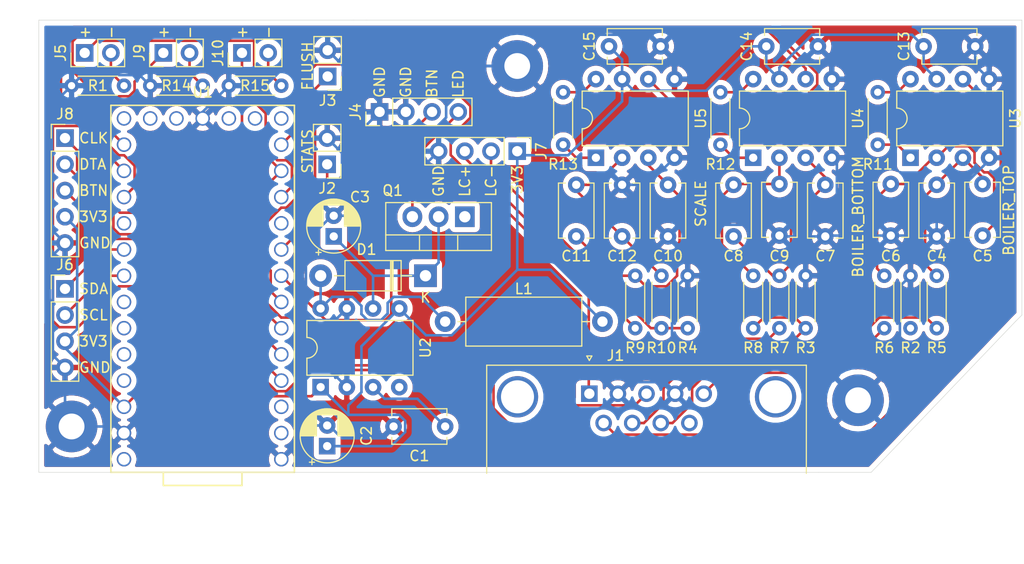
<source format=kicad_pcb>
(kicad_pcb (version 20171130) (host pcbnew "(5.1.9)-1")
  (layers (0 F.Cu signal) (31 B.Cu signal) (34 B.Paste user) (35 F.Paste user) (36 B.SilkS user) (37 F.SilkS user) (38 B.Mask user) (39 F.Mask user) (44 Edge.Cuts user))
  (net 0 "")
  (net 1 GND)
  (net 2 "Net-(J1-Pad9)")
  (net 3 STATS_BUTTON)
  (net 4 FLUSH_BUTTON)
  (net 5 BREW_BUTTON)
  (net 6 "Net-(J5-Pad2)")
  (net 7 TEMP_OK)
  (net 8 ENCODER_BUTTON)
  (net 9 ENCODER_DATA)
  (net 10 ENCODER_CLOCK)
  (net 11 DISPLAY_SCL)
  (net 12 DISPLAY_SDA)
  (net 13 +3V3)
  (net 14 "Net-(U1-Pad33)")
  (net 15 "Net-(U1-Pad30)")
  (net 16 "Net-(U1-Pad29)")
  (net 17 "Net-(U1-Pad28)")
  (net 18 "Net-(U1-Pad27)")
  (net 19 "Net-(U1-Pad24)")
  (net 20 "Net-(U1-Pad20)")
  (net 21 "Net-(U1-Pad19)")
  (net 22 "Net-(U1-Pad18)")
  (net 23 "Net-(U1-Pad16)")
  (net 24 "Net-(U1-Pad15)")
  (net 25 "Net-(U1-Pad3)")
  (net 26 "Net-(U1-Pad2)")
  (net 27 "Net-(C1-Pad1)")
  (net 28 +5V)
  (net 29 "Net-(C4-Pad2)")
  (net 30 "Net-(C5-Pad2)")
  (net 31 "Net-(C7-Pad2)")
  (net 32 "Net-(C8-Pad2)")
  (net 33 "Net-(C10-Pad2)")
  (net 34 "Net-(C11-Pad2)")
  (net 35 "Net-(D1-Pad2)")
  (net 36 BOILER_BOTTOM_TEMP-)
  (net 37 BOILER_BOTTOM_TEMP+)
  (net 38 BOILER_TOP_TEMP-)
  (net 39 BOILER_TOP_TEMP+)
  (net 40 PUMP_SSR+)
  (net 41 HEATER_SSR+)
  (net 42 "Net-(J4-Pad4)")
  (net 43 LOAD_CELL+)
  (net 44 LOAD_CELL-)
  (net 45 BREW_READY)
  (net 46 "Net-(R11-Pad1)")
  (net 47 "Net-(R11-Pad2)")
  (net 48 "Net-(R12-Pad2)")
  (net 49 "Net-(R12-Pad1)")
  (net 50 "Net-(R13-Pad2)")
  (net 51 "Net-(R13-Pad1)")
  (net 52 SCALE_OUT)
  (net 53 BOILER_TOP_TEMP)
  (net 54 BOILER_BOTTOM_TEMP)
  (net 55 "Net-(U1-Pad14)")
  (net 56 "Net-(U2-Pad4)")
  (net 57 "Net-(J9-Pad2)")
  (net 58 "Net-(J10-Pad2)")
  (module Resistor_THT:R_Axial_DIN0204_L3.6mm_D1.6mm_P5.08mm_Horizontal (layer F.Cu) (at 116.84 151.13 90)
    (fp_text reference R10 (at -1.905 0 180) (layer F.SilkS))
    (fp_text value 10k)
    (pad 2 thru_hole oval (at 5.08 0 90) (size 1.4 1.4) (drill 0.7) (layers *.Cu *.Mask) (net 34 "Net-(C11-Pad2)"))
    (pad 1 thru_hole circle (at 0 0 90) (size 1.4 1.4) (drill 0.7) (layers *.Cu *.Mask) (net 44 LOAD_CELL-))
  )
  (module Capacitor_THT:CP_Radial_D5.0mm_P2.00mm (layer F.Cu) (at 85.09 142.24 90)
    (fp_text reference C3 (at 3.81 2.54 180) (layer F.SilkS))
    (fp_text value 100uF)
    (pad 2 thru_hole circle (at 2 0 90) (size 1.6 1.6) (drill 0.8) (layers *.Cu *.Mask) (net 1 GND))
    (pad 1 thru_hole rect (at 0 0 90) (size 1.6 1.6) (drill 0.8) (layers *.Cu *.Mask) (net 28 +5V))
  )
  (module MountingHole:MountingHole_2.5mm_Pad (layer F.Cu) (at 59.69 160.655)
    (fp_text reference H4 hide)
    (fp_text value MountingHole_Pad)
    (pad 1 thru_hole circle (at 0 0) (size 5 5) (drill 2.5) (layers *.Cu *.Mask) (net 1 GND))
  )
  (module MountingHole:MountingHole_2.5mm_Pad (layer F.Cu) (at 102.87 125.73)
    (fp_text reference H3 hide)
    (fp_text value MountingHole_Pad)
    (pad 1 thru_hole circle (at 0 0) (size 5 5) (drill 2.5) (layers *.Cu *.Mask) (net 1 GND))
  )
  (module Resistor_THT:R_Axial_DIN0204_L3.6mm_D1.6mm_P5.08mm_Horizontal (layer F.Cu) (at 107.315 133.35 90)
    (fp_text reference R13 (at -1.905 0 180) (layer F.SilkS))
    (fp_text value 650)
    (pad 2 thru_hole oval (at 5.08 0 90) (size 1.4 1.4) (drill 0.7) (layers *.Cu *.Mask) (net 50 "Net-(R13-Pad2)"))
    (pad 1 thru_hole circle (at 0 0 90) (size 1.4 1.4) (drill 0.7) (layers *.Cu *.Mask) (net 51 "Net-(R13-Pad1)"))
  )
  (module Resistor_THT:R_Axial_DIN0204_L3.6mm_D1.6mm_P5.08mm_Horizontal (layer F.Cu) (at 122.555 133.35 90)
    (fp_text reference R12 (at -1.905 0 180) (layer F.SilkS))
    (fp_text value 400)
    (pad 2 thru_hole oval (at 5.08 0 90) (size 1.4 1.4) (drill 0.7) (layers *.Cu *.Mask) (net 48 "Net-(R12-Pad2)"))
    (pad 1 thru_hole circle (at 0 0 90) (size 1.4 1.4) (drill 0.7) (layers *.Cu *.Mask) (net 49 "Net-(R12-Pad1)"))
  )
  (module Resistor_THT:R_Axial_DIN0204_L3.6mm_D1.6mm_P5.08mm_Horizontal (layer F.Cu) (at 137.795 133.35 90)
    (fp_text reference R11 (at -1.905 0) (layer F.SilkS))
    (fp_text value 400)
    (pad 2 thru_hole oval (at 5.08 0 90) (size 1.4 1.4) (drill 0.7) (layers *.Cu *.Mask) (net 47 "Net-(R11-Pad2)"))
    (pad 1 thru_hole circle (at 0 0 90) (size 1.4 1.4) (drill 0.7) (layers *.Cu *.Mask) (net 46 "Net-(R11-Pad1)"))
  )
  (module Resistor_THT:R_Axial_DIN0204_L3.6mm_D1.6mm_P5.08mm_Horizontal (layer F.Cu) (at 114.3 151.13 90)
    (fp_text reference R9 (at -1.905 0 180) (layer F.SilkS))
    (fp_text value 10k)
    (pad 2 thru_hole oval (at 5.08 0 90) (size 1.4 1.4) (drill 0.7) (layers *.Cu *.Mask) (net 33 "Net-(C10-Pad2)"))
    (pad 1 thru_hole circle (at 0 0 90) (size 1.4 1.4) (drill 0.7) (layers *.Cu *.Mask) (net 43 LOAD_CELL+))
  )
  (module Resistor_THT:R_Axial_DIN0204_L3.6mm_D1.6mm_P5.08mm_Horizontal (layer F.Cu) (at 125.73 151.13 90)
    (fp_text reference R8 (at -1.905 0 180) (layer F.SilkS))
    (fp_text value 10k)
    (pad 2 thru_hole oval (at 5.08 0 90) (size 1.4 1.4) (drill 0.7) (layers *.Cu *.Mask) (net 32 "Net-(C8-Pad2)"))
    (pad 1 thru_hole circle (at 0 0 90) (size 1.4 1.4) (drill 0.7) (layers *.Cu *.Mask) (net 36 BOILER_BOTTOM_TEMP-))
  )
  (module Resistor_THT:R_Axial_DIN0204_L3.6mm_D1.6mm_P5.08mm_Horizontal (layer F.Cu) (at 128.27 151.13 90)
    (fp_text reference R7 (at -1.905 0 180) (layer F.SilkS))
    (fp_text value 10k)
    (pad 2 thru_hole oval (at 5.08 0 90) (size 1.4 1.4) (drill 0.7) (layers *.Cu *.Mask) (net 31 "Net-(C7-Pad2)"))
    (pad 1 thru_hole circle (at 0 0 90) (size 1.4 1.4) (drill 0.7) (layers *.Cu *.Mask) (net 37 BOILER_BOTTOM_TEMP+))
  )
  (module Resistor_THT:R_Axial_DIN0204_L3.6mm_D1.6mm_P5.08mm_Horizontal (layer F.Cu) (at 138.43 151.13 90)
    (fp_text reference R6 (at -1.905 0) (layer F.SilkS))
    (fp_text value 10k)
    (pad 2 thru_hole oval (at 5.08 0 90) (size 1.4 1.4) (drill 0.7) (layers *.Cu *.Mask) (net 30 "Net-(C5-Pad2)"))
    (pad 1 thru_hole circle (at 0 0 90) (size 1.4 1.4) (drill 0.7) (layers *.Cu *.Mask) (net 38 BOILER_TOP_TEMP-))
  )
  (module Resistor_THT:R_Axial_DIN0204_L3.6mm_D1.6mm_P5.08mm_Horizontal (layer F.Cu) (at 143.51 151.13 90)
    (fp_text reference R5 (at -1.905 0) (layer F.SilkS))
    (fp_text value 10k)
    (pad 2 thru_hole oval (at 5.08 0 90) (size 1.4 1.4) (drill 0.7) (layers *.Cu *.Mask) (net 29 "Net-(C4-Pad2)"))
    (pad 1 thru_hole circle (at 0 0 90) (size 1.4 1.4) (drill 0.7) (layers *.Cu *.Mask) (net 39 BOILER_TOP_TEMP+))
  )
  (module Resistor_THT:R_Axial_DIN0204_L3.6mm_D1.6mm_P5.08mm_Horizontal (layer F.Cu) (at 119.38 151.13 90)
    (fp_text reference R4 (at -1.905 0 180) (layer F.SilkS))
    (fp_text value 1M)
    (pad 2 thru_hole oval (at 5.08 0 90) (size 1.4 1.4) (drill 0.7) (layers *.Cu *.Mask) (net 1 GND))
    (pad 1 thru_hole circle (at 0 0 90) (size 1.4 1.4) (drill 0.7) (layers *.Cu *.Mask) (net 44 LOAD_CELL-))
  )
  (module Resistor_THT:R_Axial_DIN0204_L3.6mm_D1.6mm_P5.08mm_Horizontal (layer F.Cu) (at 130.81 151.13 90)
    (fp_text reference R3 (at -1.905 0 180) (layer F.SilkS))
    (fp_text value 1M)
    (pad 2 thru_hole oval (at 5.08 0 90) (size 1.4 1.4) (drill 0.7) (layers *.Cu *.Mask) (net 1 GND))
    (pad 1 thru_hole circle (at 0 0 90) (size 1.4 1.4) (drill 0.7) (layers *.Cu *.Mask) (net 36 BOILER_BOTTOM_TEMP-))
  )
  (module Resistor_THT:R_Axial_DIN0204_L3.6mm_D1.6mm_P5.08mm_Horizontal (layer F.Cu) (at 140.97 151.13 90)
    (fp_text reference R2 (at -1.905 0) (layer F.SilkS))
    (fp_text value 1M)
    (pad 2 thru_hole oval (at 5.08 0 90) (size 1.4 1.4) (drill 0.7) (layers *.Cu *.Mask) (net 1 GND))
    (pad 1 thru_hole circle (at 0 0 90) (size 1.4 1.4) (drill 0.7) (layers *.Cu *.Mask) (net 38 BOILER_TOP_TEMP-))
  )
  (module teensy:Teensy40_SMT (layer F.Cu) (at 72.39 147.32 90)
    (fp_text reference U1 (at 19.05 0 180) (layer F.SilkS))
    (fp_text value Teensy4.0)
    (pad 13 thru_hole circle (at 13.97 7.62 90) (size 1.404 1.404) (drill 1.1) (layers *.Cu *.Mask) (net 41 HEATER_SSR+))
    (pad 33 thru_hole circle (at -16.51 -7.62 90) (size 1.404 1.404) (drill 1.1) (layers *.Cu *.Mask) (net 14 "Net-(U1-Pad33)"))
    (pad 32 thru_hole circle (at -13.97 -7.62 90) (size 1.404 1.404) (drill 1.1) (layers *.Cu *.Mask) (net 1 GND))
    (pad 31 thru_hole circle (at -11.43 -7.62 90) (size 1.404 1.404) (drill 1.1) (layers *.Cu *.Mask) (net 13 +3V3))
    (pad 30 thru_hole circle (at -8.89 -7.62 90) (size 1.404 1.404) (drill 1.1) (layers *.Cu *.Mask) (net 15 "Net-(U1-Pad30)"))
    (pad 29 thru_hole circle (at -6.35 -7.62 90) (size 1.404 1.404) (drill 1.1) (layers *.Cu *.Mask) (net 16 "Net-(U1-Pad29)"))
    (pad 28 thru_hole circle (at -3.81 -7.62 90) (size 1.404 1.404) (drill 1.1) (layers *.Cu *.Mask) (net 17 "Net-(U1-Pad28)"))
    (pad 27 thru_hole circle (at -1.27 -7.62 90) (size 1.404 1.404) (drill 1.1) (layers *.Cu *.Mask) (net 18 "Net-(U1-Pad27)"))
    (pad 26 thru_hole circle (at 1.27 -7.62 90) (size 1.404 1.404) (drill 1.1) (layers *.Cu *.Mask) (net 11 DISPLAY_SCL))
    (pad 25 thru_hole circle (at 3.81 -7.62 90) (size 1.404 1.404) (drill 1.1) (layers *.Cu *.Mask) (net 12 DISPLAY_SDA))
    (pad 24 thru_hole circle (at 6.35 -7.62 90) (size 1.404 1.404) (drill 1.1) (layers *.Cu *.Mask) (net 19 "Net-(U1-Pad24)"))
    (pad 23 thru_hole circle (at 8.89 -7.62 90) (size 1.404 1.404) (drill 1.1) (layers *.Cu *.Mask) (net 52 SCALE_OUT))
    (pad 22 thru_hole circle (at 11.43 -7.62 90) (size 1.404 1.404) (drill 1.1) (layers *.Cu *.Mask) (net 53 BOILER_TOP_TEMP))
    (pad 21 thru_hole circle (at 13.97 -7.62 90) (size 1.404 1.404) (drill 1.1) (layers *.Cu *.Mask) (net 54 BOILER_BOTTOM_TEMP))
    (pad 20 thru_hole circle (at 16.51 -7.62 90) (size 1.404 1.404) (drill 1.1) (layers *.Cu *.Mask) (net 20 "Net-(U1-Pad20)"))
    (pad 19 thru_hole circle (at 16.51 -5.08 90) (size 1.404 1.404) (drill 1.1) (layers *.Cu *.Mask) (net 21 "Net-(U1-Pad19)"))
    (pad 18 thru_hole circle (at 16.51 -2.54 90) (size 1.404 1.404) (drill 1.1) (layers *.Cu *.Mask) (net 22 "Net-(U1-Pad18)"))
    (pad 17 thru_hole circle (at 16.51 0 90) (size 1.404 1.404) (drill 1.1) (layers *.Cu *.Mask) (net 1 GND))
    (pad 16 thru_hole circle (at 16.51 2.54 90) (size 1.404 1.404) (drill 1.1) (layers *.Cu *.Mask) (net 23 "Net-(U1-Pad16)"))
    (pad 15 thru_hole circle (at 16.51 5.08 90) (size 1.404 1.404) (drill 1.1) (layers *.Cu *.Mask) (net 24 "Net-(U1-Pad15)"))
    (pad 14 thru_hole circle (at 16.51 7.62 90) (size 1.404 1.404) (drill 1.1) (layers *.Cu *.Mask) (net 55 "Net-(U1-Pad14)"))
    (pad 12 thru_hole circle (at 11.43 7.62 90) (size 1.404 1.404) (drill 1.1) (layers *.Cu *.Mask) (net 40 PUMP_SSR+))
    (pad 11 thru_hole circle (at 8.89 7.62 90) (size 1.404 1.404) (drill 1.1) (layers *.Cu *.Mask) (net 7 TEMP_OK))
    (pad 10 thru_hole circle (at 6.35 7.62 90) (size 1.404 1.404) (drill 1.1) (layers *.Cu *.Mask) (net 45 BREW_READY))
    (pad 9 thru_hole circle (at 3.81 7.62 90) (size 1.404 1.404) (drill 1.1) (layers *.Cu *.Mask) (net 3 STATS_BUTTON))
    (pad 8 thru_hole circle (at 1.27 7.62 90) (size 1.404 1.404) (drill 1.1) (layers *.Cu *.Mask) (net 5 BREW_BUTTON))
    (pad 7 thru_hole circle (at -1.27 7.62 90) (size 1.404 1.404) (drill 1.1) (layers *.Cu *.Mask) (net 4 FLUSH_BUTTON))
    (pad 6 thru_hole circle (at -3.81 7.62 90) (size 1.404 1.404) (drill 1.1) (layers *.Cu *.Mask) (net 10 ENCODER_CLOCK))
    (pad 5 thru_hole circle (at -6.35 7.62 90) (size 1.404 1.404) (drill 1.1) (layers *.Cu *.Mask) (net 9 ENCODER_DATA))
    (pad 4 thru_hole circle (at -8.89 7.62 90) (size 1.404 1.404) (drill 1.1) (layers *.Cu *.Mask) (net 8 ENCODER_BUTTON))
    (pad 3 thru_hole circle (at -11.43 7.62 90) (size 1.404 1.404) (drill 1.1) (layers *.Cu *.Mask) (net 25 "Net-(U1-Pad3)"))
    (pad 2 thru_hole circle (at -13.97 7.62 90) (size 1.404 1.404) (drill 1.1) (layers *.Cu *.Mask) (net 26 "Net-(U1-Pad2)"))
    (pad 1 thru_hole circle (at -16.51 7.62 90) (size 1.404 1.404) (drill 1.1) (layers *.Cu *.Mask) (net 1 GND))
  )
  (module Resistor_THT:R_Axial_DIN0204_L3.6mm_D1.6mm_P5.08mm_Horizontal (layer F.Cu) (at 80.01 127.635 180)
    (fp_text reference R15 (at 2.54 0) (layer F.SilkS))
    (fp_text value 220)
    (pad 2 thru_hole oval (at 5.08 0 180) (size 1.4 1.4) (drill 0.7) (layers *.Cu *.Mask) (net 1 GND))
    (pad 1 thru_hole circle (at 0 0 180) (size 1.4 1.4) (drill 0.7) (layers *.Cu *.Mask) (net 58 "Net-(J10-Pad2)"))
  )
  (module Resistor_THT:R_Axial_DIN0204_L3.6mm_D1.6mm_P5.08mm_Horizontal (layer F.Cu) (at 72.39 127.635 180)
    (fp_text reference R14 (at 2.54 0) (layer F.SilkS))
    (fp_text value 220)
    (pad 2 thru_hole oval (at 5.08 0 180) (size 1.4 1.4) (drill 0.7) (layers *.Cu *.Mask) (net 1 GND))
    (pad 1 thru_hole circle (at 0 0 180) (size 1.4 1.4) (drill 0.7) (layers *.Cu *.Mask) (net 57 "Net-(J9-Pad2)"))
  )
  (module Connector_PinHeader_2.54mm:PinHeader_1x02_P2.54mm_Vertical (layer F.Cu) (at 76.2 124.46 90)
    (fp_text reference J10 (at 0 -2.33 90) (layer F.SilkS))
    (fp_text value Pump_Active)
    (pad 2 thru_hole oval (at 0 2.54 90) (size 1.7 1.7) (drill 1) (layers *.Cu *.Mask) (net 58 "Net-(J10-Pad2)"))
    (pad 1 thru_hole rect (at 0 0 90) (size 1.7 1.7) (drill 1) (layers *.Cu *.Mask) (net 40 PUMP_SSR+))
  )
  (module Connector_PinHeader_2.54mm:PinHeader_1x02_P2.54mm_Vertical (layer F.Cu) (at 68.58 124.46 90)
    (fp_text reference J9 (at 0 -2.33 90) (layer F.SilkS))
    (fp_text value Heater_Active)
    (pad 2 thru_hole oval (at 0 2.54 90) (size 1.7 1.7) (drill 1) (layers *.Cu *.Mask) (net 57 "Net-(J9-Pad2)"))
    (pad 1 thru_hole rect (at 0 0 90) (size 1.7 1.7) (drill 1) (layers *.Cu *.Mask) (net 41 HEATER_SSR+))
  )
  (module Package_DIP:DIP-8_W7.62mm (layer F.Cu) (at 110.49 134.62 90)
    (fp_text reference U5 (at 3.81 10.16 90) (layer F.SilkS))
    (fp_text value INA126)
    (pad 8 thru_hole oval (at 7.62 0 90) (size 1.6 1.6) (drill 0.8) (layers *.Cu *.Mask) (net 50 "Net-(R13-Pad2)"))
    (pad 4 thru_hole oval (at 0 7.62 90) (size 1.6 1.6) (drill 0.8) (layers *.Cu *.Mask) (net 1 GND))
    (pad 7 thru_hole oval (at 7.62 2.54 90) (size 1.6 1.6) (drill 0.8) (layers *.Cu *.Mask) (net 13 +3V3))
    (pad 3 thru_hole oval (at 0 5.08 90) (size 1.6 1.6) (drill 0.8) (layers *.Cu *.Mask) (net 33 "Net-(C10-Pad2)"))
    (pad 6 thru_hole oval (at 7.62 5.08 90) (size 1.6 1.6) (drill 0.8) (layers *.Cu *.Mask) (net 52 SCALE_OUT))
    (pad 2 thru_hole oval (at 0 2.54 90) (size 1.6 1.6) (drill 0.8) (layers *.Cu *.Mask) (net 34 "Net-(C11-Pad2)"))
    (pad 5 thru_hole oval (at 7.62 7.62 90) (size 1.6 1.6) (drill 0.8) (layers *.Cu *.Mask) (net 1 GND))
    (pad 1 thru_hole rect (at 0 0 90) (size 1.6 1.6) (drill 0.8) (layers *.Cu *.Mask) (net 51 "Net-(R13-Pad1)"))
  )
  (module Package_DIP:DIP-8_W7.62mm (layer F.Cu) (at 125.73 134.62 90)
    (fp_text reference U4 (at 3.81 10.16 90) (layer F.SilkS))
    (fp_text value INA126)
    (pad 8 thru_hole oval (at 7.62 0 90) (size 1.6 1.6) (drill 0.8) (layers *.Cu *.Mask) (net 48 "Net-(R12-Pad2)"))
    (pad 4 thru_hole oval (at 0 7.62 90) (size 1.6 1.6) (drill 0.8) (layers *.Cu *.Mask) (net 1 GND))
    (pad 7 thru_hole oval (at 7.62 2.54 90) (size 1.6 1.6) (drill 0.8) (layers *.Cu *.Mask) (net 13 +3V3))
    (pad 3 thru_hole oval (at 0 5.08 90) (size 1.6 1.6) (drill 0.8) (layers *.Cu *.Mask) (net 31 "Net-(C7-Pad2)"))
    (pad 6 thru_hole oval (at 7.62 5.08 90) (size 1.6 1.6) (drill 0.8) (layers *.Cu *.Mask) (net 54 BOILER_BOTTOM_TEMP))
    (pad 2 thru_hole oval (at 0 2.54 90) (size 1.6 1.6) (drill 0.8) (layers *.Cu *.Mask) (net 32 "Net-(C8-Pad2)"))
    (pad 5 thru_hole oval (at 7.62 7.62 90) (size 1.6 1.6) (drill 0.8) (layers *.Cu *.Mask) (net 1 GND))
    (pad 1 thru_hole rect (at 0 0 90) (size 1.6 1.6) (drill 0.8) (layers *.Cu *.Mask) (net 49 "Net-(R12-Pad1)"))
  )
  (module Package_DIP:DIP-8_W7.62mm (layer F.Cu) (at 140.97 134.62 90)
    (fp_text reference U3 (at 3.81 10.16 90) (layer F.SilkS))
    (fp_text value INA126)
    (pad 8 thru_hole oval (at 7.62 0 90) (size 1.6 1.6) (drill 0.8) (layers *.Cu *.Mask) (net 47 "Net-(R11-Pad2)"))
    (pad 4 thru_hole oval (at 0 7.62 90) (size 1.6 1.6) (drill 0.8) (layers *.Cu *.Mask) (net 1 GND))
    (pad 7 thru_hole oval (at 7.62 2.54 90) (size 1.6 1.6) (drill 0.8) (layers *.Cu *.Mask) (net 13 +3V3))
    (pad 3 thru_hole oval (at 0 5.08 90) (size 1.6 1.6) (drill 0.8) (layers *.Cu *.Mask) (net 29 "Net-(C4-Pad2)"))
    (pad 6 thru_hole oval (at 7.62 5.08 90) (size 1.6 1.6) (drill 0.8) (layers *.Cu *.Mask) (net 53 BOILER_TOP_TEMP))
    (pad 2 thru_hole oval (at 0 2.54 90) (size 1.6 1.6) (drill 0.8) (layers *.Cu *.Mask) (net 30 "Net-(C5-Pad2)"))
    (pad 5 thru_hole oval (at 7.62 7.62 90) (size 1.6 1.6) (drill 0.8) (layers *.Cu *.Mask) (net 1 GND))
    (pad 1 thru_hole rect (at 0 0 90) (size 1.6 1.6) (drill 0.8) (layers *.Cu *.Mask) (net 46 "Net-(R11-Pad1)"))
  )
  (module Package_DIP:DIP-8_W7.62mm (layer F.Cu) (at 83.82 156.845 90)
    (fp_text reference U2 (at 3.81 10.16 90) (layer F.SilkS))
    (fp_text value MAX757)
    (pad 8 thru_hole oval (at 7.62 0 90) (size 1.6 1.6) (drill 0.8) (layers *.Cu *.Mask) (net 35 "Net-(D1-Pad2)"))
    (pad 4 thru_hole oval (at 0 7.62 90) (size 1.6 1.6) (drill 0.8) (layers *.Cu *.Mask) (net 56 "Net-(U2-Pad4)"))
    (pad 7 thru_hole oval (at 7.62 2.54 90) (size 1.6 1.6) (drill 0.8) (layers *.Cu *.Mask) (net 1 GND))
    (pad 3 thru_hole oval (at 0 5.08 90) (size 1.6 1.6) (drill 0.8) (layers *.Cu *.Mask) (net 27 "Net-(C1-Pad1)"))
    (pad 6 thru_hole oval (at 7.62 5.08 90) (size 1.6 1.6) (drill 0.8) (layers *.Cu *.Mask) (net 28 +5V))
    (pad 2 thru_hole oval (at 0 2.54 90) (size 1.6 1.6) (drill 0.8) (layers *.Cu *.Mask) (net 1 GND))
    (pad 5 thru_hole oval (at 7.62 7.62 90) (size 1.6 1.6) (drill 0.8) (layers *.Cu *.Mask) (net 13 +3V3))
    (pad 1 thru_hole rect (at 0 0 90) (size 1.6 1.6) (drill 0.8) (layers *.Cu *.Mask) (net 13 +3V3))
  )
  (module Resistor_THT:R_Axial_DIN0204_L3.6mm_D1.6mm_P5.08mm_Horizontal (layer F.Cu) (at 64.77 127.635 180)
    (fp_text reference R1 (at 2.54 0) (layer F.SilkS))
    (fp_text value 220)
    (pad 2 thru_hole oval (at 5.08 0 180) (size 1.4 1.4) (drill 0.7) (layers *.Cu *.Mask) (net 1 GND))
    (pad 1 thru_hole circle (at 0 0 180) (size 1.4 1.4) (drill 0.7) (layers *.Cu *.Mask) (net 6 "Net-(J5-Pad2)"))
  )
  (module Package_TO_SOT_THT:TO-220-3_Vertical (layer F.Cu) (at 97.79 140.335 180)
    (fp_text reference Q1 (at 6.985 2.54) (layer F.SilkS))
    (fp_text value IRF540N)
    (pad 3 thru_hole oval (at 5.08 0 180) (size 1.905 2) (drill 1.1) (layers *.Cu *.Mask) (net 42 "Net-(J4-Pad4)"))
    (pad 2 thru_hole oval (at 2.54 0 180) (size 1.905 2) (drill 1.1) (layers *.Cu *.Mask) (net 28 +5V))
    (pad 1 thru_hole rect (at 0 0 180) (size 1.905 2) (drill 1.1) (layers *.Cu *.Mask) (net 45 BREW_READY))
  )
  (module Inductor_THT:L_Axial_L11.0mm_D4.5mm_P15.24mm_Horizontal_Fastron_MECC (layer F.Cu) (at 111.125 150.495 180)
    (fp_text reference L1 (at 7.62 3.175) (layer F.SilkS))
    (fp_text value 22uH)
    (pad 2 thru_hole oval (at 15.24 0 180) (size 2 2) (drill 1) (layers *.Cu *.Mask) (net 35 "Net-(D1-Pad2)"))
    (pad 1 thru_hole circle (at 0 0 180) (size 2 2) (drill 1) (layers *.Cu *.Mask) (net 13 +3V3))
  )
  (module Connector_PinHeader_2.54mm:PinHeader_1x05_P2.54mm_Vertical (layer F.Cu) (at 59.055 132.715)
    (fp_text reference J8 (at 0 -2.33) (layer F.SilkS))
    (fp_text value Rotary_Encoder)
    (pad 5 thru_hole oval (at 0 10.16) (size 1.7 1.7) (drill 1) (layers *.Cu *.Mask) (net 1 GND))
    (pad 4 thru_hole oval (at 0 7.62) (size 1.7 1.7) (drill 1) (layers *.Cu *.Mask) (net 13 +3V3))
    (pad 3 thru_hole oval (at 0 5.08) (size 1.7 1.7) (drill 1) (layers *.Cu *.Mask) (net 8 ENCODER_BUTTON))
    (pad 2 thru_hole oval (at 0 2.54) (size 1.7 1.7) (drill 1) (layers *.Cu *.Mask) (net 9 ENCODER_DATA))
    (pad 1 thru_hole rect (at 0 0) (size 1.7 1.7) (drill 1) (layers *.Cu *.Mask) (net 10 ENCODER_CLOCK))
  )
  (module Connector_PinHeader_2.54mm:PinHeader_1x04_P2.54mm_Vertical (layer F.Cu) (at 102.87 133.985 270)
    (fp_text reference J7 (at 0 -2.33 90) (layer F.SilkS))
    (fp_text value Load_Cell)
    (pad 4 thru_hole oval (at 0 7.62 270) (size 1.7 1.7) (drill 1) (layers *.Cu *.Mask) (net 1 GND))
    (pad 3 thru_hole oval (at 0 5.08 270) (size 1.7 1.7) (drill 1) (layers *.Cu *.Mask) (net 43 LOAD_CELL+))
    (pad 2 thru_hole oval (at 0 2.54 270) (size 1.7 1.7) (drill 1) (layers *.Cu *.Mask) (net 44 LOAD_CELL-))
    (pad 1 thru_hole rect (at 0 0 270) (size 1.7 1.7) (drill 1) (layers *.Cu *.Mask) (net 13 +3V3))
  )
  (module Connector_PinHeader_2.54mm:PinHeader_1x04_P2.54mm_Vertical (layer F.Cu) (at 59.055 147.32)
    (fp_text reference J6 (at 0 -2.33) (layer F.SilkS))
    (fp_text value Display)
    (pad 4 thru_hole oval (at 0 7.62) (size 1.7 1.7) (drill 1) (layers *.Cu *.Mask) (net 1 GND))
    (pad 3 thru_hole oval (at 0 5.08) (size 1.7 1.7) (drill 1) (layers *.Cu *.Mask) (net 13 +3V3))
    (pad 2 thru_hole oval (at 0 2.54) (size 1.7 1.7) (drill 1) (layers *.Cu *.Mask) (net 11 DISPLAY_SCL))
    (pad 1 thru_hole rect (at 0 0) (size 1.7 1.7) (drill 1) (layers *.Cu *.Mask) (net 12 DISPLAY_SDA))
  )
  (module Connector_PinHeader_2.54mm:PinHeader_1x02_P2.54mm_Vertical (layer F.Cu) (at 60.96 124.46 90)
    (fp_text reference J5 (at 0 -2.33 90) (layer F.SilkS))
    (fp_text value Temp_Ok)
    (pad 2 thru_hole oval (at 0 2.54 90) (size 1.7 1.7) (drill 1) (layers *.Cu *.Mask) (net 6 "Net-(J5-Pad2)"))
    (pad 1 thru_hole rect (at 0 0 90) (size 1.7 1.7) (drill 1) (layers *.Cu *.Mask) (net 7 TEMP_OK))
  )
  (module Connector_PinHeader_2.54mm:PinHeader_1x04_P2.54mm_Vertical (layer F.Cu) (at 89.535 130.175 90)
    (fp_text reference J4 (at 0 -2.33 90) (layer F.SilkS))
    (fp_text value Brew_Button)
    (pad 4 thru_hole oval (at 0 7.62 90) (size 1.7 1.7) (drill 1) (layers *.Cu *.Mask) (net 42 "Net-(J4-Pad4)"))
    (pad 3 thru_hole oval (at 0 5.08 90) (size 1.7 1.7) (drill 1) (layers *.Cu *.Mask) (net 5 BREW_BUTTON))
    (pad 2 thru_hole oval (at 0 2.54 90) (size 1.7 1.7) (drill 1) (layers *.Cu *.Mask) (net 1 GND))
    (pad 1 thru_hole rect (at 0 0 90) (size 1.7 1.7) (drill 1) (layers *.Cu *.Mask) (net 1 GND))
  )
  (module Connector_PinHeader_2.54mm:PinHeader_1x02_P2.54mm_Vertical (layer F.Cu) (at 84.5 126.745 180)
    (fp_text reference J3 (at 0 -2.33) (layer F.SilkS))
    (fp_text value Flush_Button)
    (pad 2 thru_hole oval (at 0 2.54 180) (size 1.7 1.7) (drill 1) (layers *.Cu *.Mask) (net 1 GND))
    (pad 1 thru_hole rect (at 0 0 180) (size 1.7 1.7) (drill 1) (layers *.Cu *.Mask) (net 4 FLUSH_BUTTON))
  )
  (module Connector_PinHeader_2.54mm:PinHeader_1x02_P2.54mm_Vertical (layer F.Cu) (at 84.455 135.255 180)
    (fp_text reference J2 (at 0 -2.33) (layer F.SilkS))
    (fp_text value Stats_Button)
    (pad 2 thru_hole oval (at 0 2.54 180) (size 1.7 1.7) (drill 1) (layers *.Cu *.Mask) (net 1 GND))
    (pad 1 thru_hole rect (at 0 0 180) (size 1.7 1.7) (drill 1) (layers *.Cu *.Mask) (net 3 STATS_BUTTON))
  )
  (module Connector_Dsub:DSUB-9_Male_Horizontal_P2.77x2.84mm_EdgePinOffset4.94mm_Housed_MountingHolesOffset7.48mm (layer F.Cu) (at 109.855 157.48)
    (fp_text reference J1 (at 2.54 -3.7) (layer F.SilkS))
    (fp_text value DB9_Male)
    (pad 0 thru_hole circle (at 18.04 0.3) (size 4 4) (drill 3.2) (layers *.Cu *.Mask))
    (pad 0 thru_hole circle (at -6.96 0.3) (size 4 4) (drill 3.2) (layers *.Cu *.Mask))
    (pad 9 thru_hole circle (at 9.695 2.84) (size 1.6 1.6) (drill 1) (layers *.Cu *.Mask) (net 2 "Net-(J1-Pad9)"))
    (pad 8 thru_hole circle (at 6.925 2.84) (size 1.6 1.6) (drill 1) (layers *.Cu *.Mask) (net 36 BOILER_BOTTOM_TEMP-))
    (pad 7 thru_hole circle (at 4.155 2.84) (size 1.6 1.6) (drill 1) (layers *.Cu *.Mask) (net 37 BOILER_BOTTOM_TEMP+))
    (pad 6 thru_hole circle (at 1.385 2.84) (size 1.6 1.6) (drill 1) (layers *.Cu *.Mask) (net 38 BOILER_TOP_TEMP-))
    (pad 5 thru_hole circle (at 11.08 0) (size 1.6 1.6) (drill 1) (layers *.Cu *.Mask) (net 39 BOILER_TOP_TEMP+))
    (pad 4 thru_hole circle (at 8.31 0) (size 1.6 1.6) (drill 1) (layers *.Cu *.Mask) (net 1 GND))
    (pad 3 thru_hole circle (at 5.54 0) (size 1.6 1.6) (drill 1) (layers *.Cu *.Mask) (net 40 PUMP_SSR+))
    (pad 2 thru_hole circle (at 2.77 0) (size 1.6 1.6) (drill 1) (layers *.Cu *.Mask) (net 1 GND))
    (pad 1 thru_hole rect (at 0 0) (size 1.6 1.6) (drill 1) (layers *.Cu *.Mask) (net 41 HEATER_SSR+))
  )
  (module MountingHole:MountingHole_2.5mm_Pad (layer F.Cu) (at 135.89 158.115)
    (fp_text reference H2 hide)
    (fp_text value MountingHole_Pad)
    (pad 1 thru_hole circle (at 0 0) (size 5 5) (drill 2.5) (layers *.Cu *.Mask) (net 1 GND))
  )
  (module Diode_THT:D_DO-41_SOD81_P10.16mm_Horizontal (layer F.Cu) (at 93.98 146.05 180)
    (fp_text reference D1 (at 5.715 2.54) (layer F.SilkS))
    (fp_text value 1N5817)
    (fp_text user K (at 0 -2.1) (layer F.SilkS))
    (pad 2 thru_hole oval (at 10.16 0 180) (size 2.2 2.2) (drill 1.1) (layers *.Cu *.Mask) (net 35 "Net-(D1-Pad2)"))
    (pad 1 thru_hole rect (at 0 0 180) (size 2.2 2.2) (drill 1.1) (layers *.Cu *.Mask) (net 28 +5V))
  )
  (module Capacitor_THT:C_Disc_D5.1mm_W3.2mm_P5.00mm (layer F.Cu) (at 111.76 123.825)
    (fp_text reference C15 (at -1.905 0 90) (layer F.SilkS))
    (fp_text value 0.1uF)
    (pad 2 thru_hole circle (at 5 0) (size 1.6 1.6) (drill 0.8) (layers *.Cu *.Mask) (net 1 GND))
    (pad 1 thru_hole circle (at 0 0) (size 1.6 1.6) (drill 0.8) (layers *.Cu *.Mask) (net 13 +3V3))
  )
  (module Capacitor_THT:C_Disc_D5.1mm_W3.2mm_P5.00mm (layer F.Cu) (at 127 123.825)
    (fp_text reference C14 (at -1.905 0 270) (layer F.SilkS))
    (fp_text value 0.1uF)
    (pad 2 thru_hole circle (at 5 0) (size 1.6 1.6) (drill 0.8) (layers *.Cu *.Mask) (net 1 GND))
    (pad 1 thru_hole circle (at 0 0) (size 1.6 1.6) (drill 0.8) (layers *.Cu *.Mask) (net 13 +3V3))
  )
  (module Capacitor_THT:C_Disc_D5.1mm_W3.2mm_P5.00mm (layer F.Cu) (at 142.24 123.825)
    (fp_text reference C13 (at -1.905 0 90) (layer F.SilkS))
    (fp_text value 0.1uF)
    (pad 2 thru_hole circle (at 5 0) (size 1.6 1.6) (drill 0.8) (layers *.Cu *.Mask) (net 1 GND))
    (pad 1 thru_hole circle (at 0 0) (size 1.6 1.6) (drill 0.8) (layers *.Cu *.Mask) (net 13 +3V3))
  )
  (module Capacitor_THT:C_Disc_D5.1mm_W3.2mm_P5.00mm (layer F.Cu) (at 113.03 142.24 90)
    (fp_text reference C12 (at -1.905 0 180) (layer F.SilkS))
    (fp_text value 1nF)
    (pad 2 thru_hole circle (at 5 0 90) (size 1.6 1.6) (drill 0.8) (layers *.Cu *.Mask) (net 1 GND))
    (pad 1 thru_hole circle (at 0 0 90) (size 1.6 1.6) (drill 0.8) (layers *.Cu *.Mask) (net 34 "Net-(C11-Pad2)"))
  )
  (module Capacitor_THT:C_Disc_D5.1mm_W3.2mm_P5.00mm (layer F.Cu) (at 108.585 142.24 90)
    (fp_text reference C11 (at -1.905 0 180) (layer F.SilkS))
    (fp_text value 10nF)
    (pad 2 thru_hole circle (at 5 0 90) (size 1.6 1.6) (drill 0.8) (layers *.Cu *.Mask) (net 34 "Net-(C11-Pad2)"))
    (pad 1 thru_hole circle (at 0 0 90) (size 1.6 1.6) (drill 0.8) (layers *.Cu *.Mask) (net 33 "Net-(C10-Pad2)"))
  )
  (module Capacitor_THT:C_Disc_D5.1mm_W3.2mm_P5.00mm (layer F.Cu) (at 117.475 142.24 90)
    (fp_text reference C10 (at -1.905 0 180) (layer F.SilkS))
    (fp_text value 1nF)
    (pad 2 thru_hole circle (at 5 0 90) (size 1.6 1.6) (drill 0.8) (layers *.Cu *.Mask) (net 33 "Net-(C10-Pad2)"))
    (pad 1 thru_hole circle (at 0 0 90) (size 1.6 1.6) (drill 0.8) (layers *.Cu *.Mask) (net 1 GND))
  )
  (module Capacitor_THT:C_Disc_D5.1mm_W3.2mm_P5.00mm (layer F.Cu) (at 128.27 137.16 270)
    (fp_text reference C9 (at 6.985 0 180) (layer F.SilkS))
    (fp_text value 1nF)
    (pad 2 thru_hole circle (at 5 0 270) (size 1.6 1.6) (drill 0.8) (layers *.Cu *.Mask) (net 1 GND))
    (pad 1 thru_hole circle (at 0 0 270) (size 1.6 1.6) (drill 0.8) (layers *.Cu *.Mask) (net 32 "Net-(C8-Pad2)"))
  )
  (module Capacitor_THT:C_Disc_D5.1mm_W3.2mm_P5.00mm (layer F.Cu) (at 123.825 142.24 90)
    (fp_text reference C8 (at -1.905 0 180) (layer F.SilkS))
    (fp_text value 10nF)
    (pad 2 thru_hole circle (at 5 0 90) (size 1.6 1.6) (drill 0.8) (layers *.Cu *.Mask) (net 32 "Net-(C8-Pad2)"))
    (pad 1 thru_hole circle (at 0 0 90) (size 1.6 1.6) (drill 0.8) (layers *.Cu *.Mask) (net 31 "Net-(C7-Pad2)"))
  )
  (module Capacitor_THT:C_Disc_D5.1mm_W3.2mm_P5.00mm (layer F.Cu) (at 132.715 142.24 90)
    (fp_text reference C7 (at -1.905 0 180) (layer F.SilkS))
    (fp_text value 1nF)
    (pad 2 thru_hole circle (at 5 0 90) (size 1.6 1.6) (drill 0.8) (layers *.Cu *.Mask) (net 31 "Net-(C7-Pad2)"))
    (pad 1 thru_hole circle (at 0 0 90) (size 1.6 1.6) (drill 0.8) (layers *.Cu *.Mask) (net 1 GND))
  )
  (module Capacitor_THT:C_Disc_D5.1mm_W3.2mm_P5.00mm (layer F.Cu) (at 139.065 137.16 270)
    (fp_text reference C6 (at 6.985 0) (layer F.SilkS))
    (fp_text value 1nF)
    (pad 2 thru_hole circle (at 5 0 270) (size 1.6 1.6) (drill 0.8) (layers *.Cu *.Mask) (net 1 GND))
    (pad 1 thru_hole circle (at 0 0 270) (size 1.6 1.6) (drill 0.8) (layers *.Cu *.Mask) (net 30 "Net-(C5-Pad2)"))
  )
  (module Capacitor_THT:C_Disc_D5.1mm_W3.2mm_P5.00mm (layer F.Cu) (at 147.955 137.16 270)
    (fp_text reference C5 (at 6.985 0) (layer F.SilkS))
    (fp_text value 10nF)
    (pad 2 thru_hole circle (at 5 0 270) (size 1.6 1.6) (drill 0.8) (layers *.Cu *.Mask) (net 30 "Net-(C5-Pad2)"))
    (pad 1 thru_hole circle (at 0 0 270) (size 1.6 1.6) (drill 0.8) (layers *.Cu *.Mask) (net 29 "Net-(C4-Pad2)"))
  )
  (module Capacitor_THT:C_Disc_D5.1mm_W3.2mm_P5.00mm (layer F.Cu) (at 143.51 142.24 90)
    (fp_text reference C4 (at -1.905 0) (layer F.SilkS))
    (fp_text value 1nF)
    (pad 2 thru_hole circle (at 5 0 90) (size 1.6 1.6) (drill 0.8) (layers *.Cu *.Mask) (net 29 "Net-(C4-Pad2)"))
    (pad 1 thru_hole circle (at 0 0 90) (size 1.6 1.6) (drill 0.8) (layers *.Cu *.Mask) (net 1 GND))
  )
  (module Capacitor_THT:CP_Radial_D5.0mm_P2.00mm (layer F.Cu) (at 84.455 162.56 90)
    (fp_text reference C2 (at 1 3.81 90) (layer F.SilkS))
    (fp_text value 150uF)
    (pad 2 thru_hole circle (at 2 0 90) (size 1.6 1.6) (drill 0.8) (layers *.Cu *.Mask) (net 1 GND))
    (pad 1 thru_hole rect (at 0 0 90) (size 1.6 1.6) (drill 0.8) (layers *.Cu *.Mask) (net 13 +3V3))
  )
  (module Capacitor_THT:C_Disc_D5.1mm_W3.2mm_P5.00mm (layer F.Cu) (at 95.885 160.655 180)
    (fp_text reference C1 (at 2.5 -2.85) (layer F.SilkS))
    (fp_text value 0.1uF)
    (pad 2 thru_hole circle (at 5 0 180) (size 1.6 1.6) (drill 0.8) (layers *.Cu *.Mask) (net 1 GND))
    (pad 1 thru_hole circle (at 0 0 180) (size 1.6 1.6) (drill 0.8) (layers *.Cu *.Mask) (net 27 "Net-(C1-Pad1)"))
  )
  (gr_line (start 56.515 121.285) (end 56.515 165.1) (layer Edge.Cuts) (width 0.05))
  (gr_line (start 86.995 121.285) (end 56.515 121.285) (layer Edge.Cuts) (width 0.05))
  (gr_line (start 88.265 121.285) (end 86.995 121.285) (layer Edge.Cuts) (width 0.05))
  (gr_line (start 151.765 121.285) (end 88.265 121.285) (layer Edge.Cuts) (width 0.05))
  (gr_line (start 151.765 149.86) (end 151.765 121.285) (layer Edge.Cuts) (width 0.05))
  (gr_line (start 151.13 150.495) (end 151.765 149.86) (layer Edge.Cuts) (width 0.05))
  (gr_line (start 137.16 165.1) (end 151.13 150.495) (layer Edge.Cuts) (width 0.05))
  (gr_line (start 132.08 165.1) (end 137.16 165.1) (layer Edge.Cuts) (width 0.05))
  (gr_line (start 56.515 165.1) (end 132.08 165.1) (layer Edge.Cuts) (width 0.05))
  (gr_text 3V3 (at 102.87 135.255 90) (layer F.SilkS) (effects (font (size 1 1)) (justify right)))
  (gr_text LC- (at 100.33 135.255 90) (layer F.SilkS) (effects (font (size 1 1)) (justify right)))
  (gr_text LC+ (at 97.79 135.255 90) (layer F.SilkS) (effects (font (size 1 1)) (justify right)))
  (gr_text GND (at 95.25 135.255 90) (layer F.SilkS) (effects (font (size 1 1)) (justify right)))
  (gr_text FLUSH (at 82.55 125.73 90) (layer F.SilkS) (effects (font (size 1 1))))
  (gr_text STATS (at 82.55 133.985 90) (layer F.SilkS) (effects (font (size 1 1))))
  (gr_text + (at 76.2 123.19 90) (layer F.SilkS) (effects (font (size 1 1)) (justify left)))
  (gr_text - (at 78.74 123.19 90) (layer F.SilkS) (effects (font (size 1 1)) (justify left)))
  (gr_text + (at 68.58 123.19 90) (layer F.SilkS) (effects (font (size 1 1)) (justify left)))
  (gr_text - (at 71.12 123.19 90) (layer F.SilkS) (effects (font (size 1 1)) (justify left)))
  (gr_text - (at 63.5 123.19 90) (layer F.SilkS) (effects (font (size 1 1)) (justify left)))
  (gr_text + (at 60.96 123.19 90) (layer F.SilkS) (effects (font (size 1 1)) (justify left)))
  (gr_text LED (at 97.155 128.905 90) (layer F.SilkS) (effects (font (size 1 1)) (justify left)))
  (gr_text BTN (at 94.615 128.905 90) (layer F.SilkS) (effects (font (size 1 1)) (justify left)))
  (gr_text GND (at 92.075 128.905 90) (layer F.SilkS) (effects (font (size 1 1)) (justify left)))
  (gr_text GND (at 89.535 128.905 90) (layer F.SilkS) (effects (font (size 1 1)) (justify left)))
  (gr_text SDA (at 60.325 147.32) (layer F.SilkS) (effects (font (size 1 1)) (justify left)))
  (gr_text SCL (at 60.325 149.86) (layer F.SilkS) (effects (font (size 1 1)) (justify left)))
  (gr_text 3V3 (at 60.325 152.4) (layer F.SilkS) (effects (font (size 1 1)) (justify left)))
  (gr_text GND (at 60.325 154.94) (layer F.SilkS) (effects (font (size 1 1)) (justify left)))
  (gr_text GND (at 60.325 142.875) (layer F.SilkS) (effects (font (size 1 1)) (justify left)))
  (gr_text 3V3 (at 60.325 140.335) (layer F.SilkS) (effects (font (size 1 1)) (justify left)))
  (gr_text BTN (at 60.325 137.795) (layer F.SilkS) (effects (font (size 1 1)) (justify left)))
  (gr_text DTA (at 60.325 135.255) (layer F.SilkS) (effects (font (size 1 1)) (justify left)))
  (gr_text CLK (at 60.325 132.715) (layer F.SilkS) (effects (font (size 1 1)) (justify left)))
  (gr_text SCALE (at 120.65 139.065 90) (layer F.SilkS) (effects (font (size 1 1))))
  (gr_text BOILER_BOTTOM (at 135.89 140.335 90) (layer F.SilkS) (effects (font (size 1 1))))
  (gr_text BOILER_TOP (at 150.495 139.7 90) (layer F.SilkS) (effects (font (size 1 1))))
  (segment (start 113.750001 156.354999) (end 112.625 157.48) (width 0.25) (layer B.Cu) (net 1))
  (segment (start 117.039999 156.354999) (end 113.750001 156.354999) (width 0.25) (layer B.Cu) (net 1))
  (segment (start 118.165 157.48) (end 117.039999 156.354999) (width 0.25) (layer B.Cu) (net 1))
  (segment (start 113.03 137.795) (end 113.03 137.24) (width 0.25) (layer B.Cu) (net 1))
  (segment (start 117.475 142.24) (end 113.03 137.795) (width 0.25) (layer B.Cu) (net 1))
  (segment (start 115.49 137.24) (end 118.11 134.62) (width 0.25) (layer B.Cu) (net 1))
  (segment (start 113.03 137.24) (end 115.49 137.24) (width 0.25) (layer B.Cu) (net 1))
  (segment (start 118.11 125.175) (end 116.76 123.825) (width 0.25) (layer B.Cu) (net 1))
  (segment (start 118.11 127) (end 118.11 125.175) (width 0.25) (layer B.Cu) (net 1))
  (segment (start 103.649999 124.950001) (end 102.87 125.73) (width 0.25) (layer B.Cu) (net 1))
  (segment (start 102.87 126.365) (end 102.87 125.73) (width 0.25) (layer B.Cu) (net 1))
  (segment (start 92.075 130.81) (end 92.075 130.175) (width 0.25) (layer B.Cu) (net 1))
  (segment (start 89.535 130.175) (end 92.075 130.175) (width 0.25) (layer B.Cu) (net 1))
  (segment (start 89.535 129.24) (end 84.5 124.205) (width 0.25) (layer B.Cu) (net 1))
  (segment (start 89.535 130.175) (end 89.535 129.24) (width 0.25) (layer B.Cu) (net 1))
  (segment (start 78.492998 127.635) (end 74.93 127.635) (width 0.25) (layer B.Cu) (net 1))
  (segment (start 81.922998 124.205) (end 78.492998 127.635) (width 0.25) (layer B.Cu) (net 1))
  (segment (start 84.5 124.205) (end 81.922998 124.205) (width 0.25) (layer B.Cu) (net 1))
  (segment (start 72.39 130.175) (end 72.39 130.81) (width 0.25) (layer B.Cu) (net 1))
  (segment (start 74.93 127.635) (end 72.39 130.175) (width 0.25) (layer B.Cu) (net 1))
  (segment (start 69.215 127.635) (end 67.31 127.635) (width 0.25) (layer B.Cu) (net 1))
  (segment (start 72.39 130.81) (end 69.215 127.635) (width 0.25) (layer B.Cu) (net 1))
  (segment (start 86.995 132.715) (end 89.535 130.175) (width 0.25) (layer B.Cu) (net 1))
  (segment (start 84.455 132.715) (end 86.995 132.715) (width 0.25) (layer B.Cu) (net 1))
  (segment (start 59.055 160.02) (end 59.69 160.655) (width 0.25) (layer B.Cu) (net 1))
  (segment (start 59.055 154.94) (end 59.055 160.02) (width 0.25) (layer B.Cu) (net 1))
  (segment (start 64.135 160.655) (end 64.77 161.29) (width 0.25) (layer B.Cu) (net 1))
  (segment (start 59.69 160.655) (end 64.135 160.655) (width 0.25) (layer B.Cu) (net 1))
  (segment (start 80.05363 163.83) (end 80.01 163.83) (width 0.25) (layer B.Cu) (net 1))
  (segment (start 90.79 160.56) (end 90.885 160.655) (width 0.25) (layer B.Cu) (net 1))
  (segment (start 139.944999 147.075001) (end 140.97 146.05) (width 0.25) (layer B.Cu) (net 1))
  (segment (start 139.944999 154.060001) (end 139.944999 147.075001) (width 0.25) (layer B.Cu) (net 1))
  (segment (start 135.89 158.115) (end 139.944999 154.060001) (width 0.25) (layer B.Cu) (net 1))
  (segment (start 140.97 144.065) (end 139.065 142.16) (width 0.25) (layer B.Cu) (net 1))
  (segment (start 140.97 146.05) (end 140.97 144.065) (width 0.25) (layer B.Cu) (net 1))
  (segment (start 143.43 142.16) (end 143.51 142.24) (width 0.25) (layer B.Cu) (net 1))
  (segment (start 139.065 142.16) (end 143.43 142.16) (width 0.25) (layer B.Cu) (net 1))
  (segment (start 148.59 134.859998) (end 148.59 134.62) (width 0.25) (layer B.Cu) (net 1))
  (segment (start 143.51 139.939998) (end 148.59 134.859998) (width 0.25) (layer B.Cu) (net 1))
  (segment (start 143.51 142.24) (end 143.51 139.939998) (width 0.25) (layer B.Cu) (net 1))
  (segment (start 148.59 127) (end 148.59 134.62) (width 0.25) (layer B.Cu) (net 1))
  (segment (start 147.24 125.65) (end 148.59 127) (width 0.25) (layer B.Cu) (net 1))
  (segment (start 147.24 123.825) (end 147.24 125.65) (width 0.25) (layer B.Cu) (net 1))
  (segment (start 132.795 142.16) (end 132.715 142.24) (width 0.25) (layer B.Cu) (net 1))
  (segment (start 139.065 142.16) (end 132.795 142.16) (width 0.25) (layer B.Cu) (net 1))
  (segment (start 130.81 144.145) (end 132.715 142.24) (width 0.25) (layer B.Cu) (net 1))
  (segment (start 130.81 146.05) (end 130.81 144.145) (width 0.25) (layer B.Cu) (net 1))
  (segment (start 128.35 142.24) (end 128.27 142.16) (width 0.25) (layer B.Cu) (net 1))
  (segment (start 132.715 142.24) (end 128.35 142.24) (width 0.25) (layer B.Cu) (net 1))
  (segment (start 133.840001 141.114999) (end 133.840001 135.110001) (width 0.25) (layer B.Cu) (net 1))
  (segment (start 133.840001 135.110001) (end 133.35 134.62) (width 0.25) (layer B.Cu) (net 1))
  (segment (start 132.715 142.24) (end 133.840001 141.114999) (width 0.25) (layer B.Cu) (net 1))
  (segment (start 133.35 134.62) (end 133.35 127) (width 0.25) (layer B.Cu) (net 1))
  (segment (start 133.35 125.175) (end 132 123.825) (width 0.25) (layer B.Cu) (net 1))
  (segment (start 133.35 127) (end 133.35 125.175) (width 0.25) (layer B.Cu) (net 1))
  (segment (start 57.879999 153.764999) (end 59.055 154.94) (width 0.25) (layer B.Cu) (net 1))
  (segment (start 57.879999 144.050001) (end 57.879999 153.764999) (width 0.25) (layer B.Cu) (net 1))
  (segment (start 59.055 142.875) (end 57.879999 144.050001) (width 0.25) (layer B.Cu) (net 1))
  (segment (start 60.715001 126.609999) (end 59.69 127.635) (width 0.25) (layer B.Cu) (net 1))
  (segment (start 66.284999 126.609999) (end 60.715001 126.609999) (width 0.25) (layer B.Cu) (net 1))
  (segment (start 67.31 127.635) (end 66.284999 126.609999) (width 0.25) (layer B.Cu) (net 1))
  (segment (start 59.69 127.635) (end 57.785 129.54) (width 0.25) (layer B.Cu) (net 1))
  (segment (start 57.785 141.605) (end 59.055 142.875) (width 0.25) (layer B.Cu) (net 1))
  (segment (start 57.785 129.54) (end 57.785 141.605) (width 0.25) (layer B.Cu) (net 1))
  (segment (start 105.900001 122.699999) (end 102.87 125.73) (width 0.25) (layer B.Cu) (net 1))
  (segment (start 115.634999 122.699999) (end 105.900001 122.699999) (width 0.25) (layer B.Cu) (net 1))
  (segment (start 116.76 123.825) (end 115.634999 122.699999) (width 0.25) (layer B.Cu) (net 1))
  (segment (start 86.025 125.73) (end 84.5 124.205) (width 0.25) (layer B.Cu) (net 1))
  (segment (start 102.87 125.73) (end 86.025 125.73) (width 0.25) (layer B.Cu) (net 1))
  (segment (start 84.640002 160.56) (end 84.455 160.56) (width 0.25) (layer B.Cu) (net 1))
  (segment (start 85.580001 161.499999) (end 84.640002 160.56) (width 0.25) (layer B.Cu) (net 1))
  (segment (start 90.040001 161.499999) (end 90.885 160.655) (width 0.25) (layer B.Cu) (net 1))
  (segment (start 85.580001 161.499999) (end 90.040001 161.499999) (width 0.25) (layer B.Cu) (net 1))
  (segment (start 84.455 160.56) (end 81.915 158.02) (width 0.25) (layer B.Cu) (net 1))
  (segment (start 85.234999 155.719999) (end 86.36 156.845) (width 0.25) (layer B.Cu) (net 1))
  (segment (start 82.759999 155.719999) (end 85.234999 155.719999) (width 0.25) (layer B.Cu) (net 1))
  (segment (start 81.915 156.564998) (end 82.759999 155.719999) (width 0.25) (layer B.Cu) (net 1))
  (segment (start 81.915 158.02) (end 81.915 156.564998) (width 0.25) (layer B.Cu) (net 1))
  (segment (start 85.234999 155.719999) (end 85.234999 150.350001) (width 0.25) (layer B.Cu) (net 1))
  (segment (start 83.28 160.56) (end 84.455 160.56) (width 0.25) (layer B.Cu) (net 1))
  (segment (start 80.01 163.83) (end 83.28 160.56) (width 0.25) (layer B.Cu) (net 1))
  (segment (start 82.394999 142.749999) (end 84.904998 140.24) (width 0.25) (layer B.Cu) (net 1))
  (segment (start 83.279999 150.350001) (end 82.394999 149.465001) (width 0.25) (layer B.Cu) (net 1))
  (segment (start 84.904998 140.24) (end 85.09 140.24) (width 0.25) (layer B.Cu) (net 1))
  (segment (start 82.394999 149.465001) (end 82.394999 142.749999) (width 0.25) (layer B.Cu) (net 1))
  (segment (start 85.234999 150.350001) (end 83.279999 150.350001) (width 0.25) (layer B.Cu) (net 1))
  (segment (start 86.36 149.225) (end 85.234999 150.350001) (width 0.25) (layer B.Cu) (net 1))
  (segment (start 85.889999 134.149999) (end 84.455 132.715) (width 0.25) (layer B.Cu) (net 1))
  (segment (start 85.889999 139.440001) (end 85.889999 134.149999) (width 0.25) (layer B.Cu) (net 1))
  (segment (start 85.09 140.24) (end 85.889999 139.440001) (width 0.25) (layer B.Cu) (net 1))
  (segment (start 88.995 140.24) (end 95.25 133.985) (width 0.25) (layer B.Cu) (net 1))
  (segment (start 85.09 140.24) (end 88.995 140.24) (width 0.25) (layer B.Cu) (net 1))
  (segment (start 117.865001 147.564999) (end 119.38 146.05) (width 0.25) (layer B.Cu) (net 1))
  (segment (start 117.865001 155.529997) (end 117.865001 147.564999) (width 0.25) (layer B.Cu) (net 1))
  (segment (start 117.039999 156.354999) (end 117.865001 155.529997) (width 0.25) (layer B.Cu) (net 1))
  (segment (start 119.38 144.145) (end 117.475 142.24) (width 0.25) (layer B.Cu) (net 1))
  (segment (start 119.38 146.05) (end 119.38 144.145) (width 0.25) (layer B.Cu) (net 1))
  (segment (start 127.224999 141.114999) (end 122.410001 141.114999) (width 0.25) (layer B.Cu) (net 1))
  (segment (start 122.410001 141.114999) (end 119.38 144.145) (width 0.25) (layer B.Cu) (net 1))
  (segment (start 128.27 142.16) (end 127.224999 141.114999) (width 0.25) (layer B.Cu) (net 1))
  (segment (start 99.860998 125.73) (end 102.87 125.73) (width 0.25) (layer B.Cu) (net 1))
  (segment (start 95.979999 129.610999) (end 99.860998 125.73) (width 0.25) (layer B.Cu) (net 1))
  (segment (start 95.979999 130.715001) (end 95.979999 129.610999) (width 0.25) (layer B.Cu) (net 1))
  (segment (start 95.25 131.445) (end 95.979999 130.715001) (width 0.25) (layer B.Cu) (net 1))
  (segment (start 95.25 133.985) (end 95.25 131.445) (width 0.25) (layer B.Cu) (net 1))
  (segment (start 84.455 139.065) (end 80.01 143.51) (width 0.25) (layer F.Cu) (net 3))
  (segment (start 84.455 135.255) (end 84.455 139.065) (width 0.25) (layer F.Cu) (net 3))
  (segment (start 83.279999 127.965001) (end 84.5 126.745) (width 0.25) (layer F.Cu) (net 4))
  (segment (start 80.502961 139.457001) (end 83.279999 136.679963) (width 0.25) (layer F.Cu) (net 4))
  (segment (start 78.53299 140.927048) (end 80.003037 139.457001) (width 0.25) (layer F.Cu) (net 4))
  (segment (start 80.003037 139.457001) (end 80.502961 139.457001) (width 0.25) (layer F.Cu) (net 4))
  (segment (start 78.53299 145.10703) (end 78.53299 140.927048) (width 0.25) (layer F.Cu) (net 4))
  (segment (start 78.982999 145.557039) (end 78.53299 145.10703) (width 0.25) (layer F.Cu) (net 4))
  (segment (start 78.982999 147.562999) (end 78.982999 145.557039) (width 0.25) (layer F.Cu) (net 4))
  (segment (start 83.279999 136.679963) (end 83.279999 127.965001) (width 0.25) (layer F.Cu) (net 4))
  (segment (start 80.01 148.59) (end 78.982999 147.562999) (width 0.25) (layer F.Cu) (net 4))
  (segment (start 89.47999 135.31001) (end 94.615 130.175) (width 0.25) (layer F.Cu) (net 5))
  (segment (start 89.47999 142.182492) (end 89.47999 135.31001) (width 0.25) (layer F.Cu) (net 5))
  (segment (start 90.660001 143.362503) (end 89.47999 142.182492) (width 0.25) (layer F.Cu) (net 5))
  (segment (start 90.660001 149.765001) (end 90.660001 143.362503) (width 0.25) (layer F.Cu) (net 5))
  (segment (start 90.075001 150.350001) (end 90.660001 149.765001) (width 0.25) (layer F.Cu) (net 5))
  (segment (start 84.310001 150.350001) (end 90.075001 150.350001) (width 0.25) (layer F.Cu) (net 5))
  (segment (start 80.01 146.05) (end 84.310001 150.350001) (width 0.25) (layer F.Cu) (net 5))
  (segment (start 63.5 126.365) (end 64.77 127.635) (width 0.25) (layer F.Cu) (net 6))
  (segment (start 63.5 124.46) (end 63.5 126.365) (width 0.25) (layer F.Cu) (net 6))
  (segment (start 77.375001 129.195039) (end 77.375001 123.349999) (width 0.25) (layer F.Cu) (net 7))
  (segment (start 78.497001 130.317039) (end 77.375001 129.195039) (width 0.25) (layer F.Cu) (net 7))
  (segment (start 77.310001 123.284999) (end 62.135001 123.284999) (width 0.25) (layer F.Cu) (net 7))
  (segment (start 78.497001 133.740591) (end 78.497001 130.317039) (width 0.25) (layer F.Cu) (net 7))
  (segment (start 79.619409 134.862999) (end 78.497001 133.740591) (width 0.25) (layer F.Cu) (net 7))
  (segment (start 77.375001 123.349999) (end 77.310001 123.284999) (width 0.25) (layer F.Cu) (net 7))
  (segment (start 80.502961 134.862999) (end 79.619409 134.862999) (width 0.25) (layer F.Cu) (net 7))
  (segment (start 81.037001 135.397039) (end 80.502961 134.862999) (width 0.25) (layer F.Cu) (net 7))
  (segment (start 81.037001 137.402999) (end 81.037001 135.397039) (width 0.25) (layer F.Cu) (net 7))
  (segment (start 62.135001 123.284999) (end 60.96 124.46) (width 0.25) (layer F.Cu) (net 7))
  (segment (start 80.01 138.43) (end 81.037001 137.402999) (width 0.25) (layer F.Cu) (net 7))
  (segment (start 66.282999 142.482999) (end 80.01 156.21) (width 0.25) (layer F.Cu) (net 8))
  (segment (start 63.742999 142.482999) (end 66.282999 142.482999) (width 0.25) (layer F.Cu) (net 8))
  (segment (start 59.055 137.795) (end 63.742999 142.482999) (width 0.25) (layer F.Cu) (net 8))
  (segment (start 63.742999 141.462961) (end 64.313027 142.032989) (width 0.25) (layer F.Cu) (net 9))
  (segment (start 68.372989 142.032989) (end 80.01 153.67) (width 0.25) (layer F.Cu) (net 9))
  (segment (start 64.313027 142.032989) (end 68.372989 142.032989) (width 0.25) (layer F.Cu) (net 9))
  (segment (start 63.742999 139.942999) (end 63.742999 141.462961) (width 0.25) (layer F.Cu) (net 9))
  (segment (start 59.055 135.255) (end 63.742999 139.942999) (width 0.25) (layer F.Cu) (net 9))
  (segment (start 68.822999 139.942999) (end 80.01 151.13) (width 0.25) (layer F.Cu) (net 10))
  (segment (start 64.379409 139.942999) (end 68.822999 139.942999) (width 0.25) (layer F.Cu) (net 10))
  (segment (start 60.230001 135.793591) (end 64.379409 139.942999) (width 0.25) (layer F.Cu) (net 10))
  (segment (start 60.230001 133.890001) (end 60.230001 135.793591) (width 0.25) (layer F.Cu) (net 10))
  (segment (start 59.055 132.715) (end 60.230001 133.890001) (width 0.25) (layer F.Cu) (net 10))
  (segment (start 62.865 146.05) (end 59.055 149.86) (width 0.25) (layer F.Cu) (net 11))
  (segment (start 64.77 146.05) (end 62.865 146.05) (width 0.25) (layer F.Cu) (net 11))
  (segment (start 62.865 143.51) (end 59.055 147.32) (width 0.25) (layer F.Cu) (net 12))
  (segment (start 64.77 143.51) (end 62.865 143.51) (width 0.25) (layer F.Cu) (net 12))
  (segment (start 59.055 153.035) (end 59.055 152.4) (width 0.25) (layer B.Cu) (net 13))
  (segment (start 64.77 158.75) (end 59.055 153.035) (width 0.25) (layer B.Cu) (net 13))
  (segment (start 60.230001 151.224999) (end 59.055 152.4) (width 0.25) (layer B.Cu) (net 13))
  (segment (start 60.230001 141.510001) (end 60.230001 151.224999) (width 0.25) (layer B.Cu) (net 13))
  (segment (start 59.055 140.335) (end 60.230001 141.510001) (width 0.25) (layer B.Cu) (net 13))
  (segment (start 113.03 129.152002) (end 113.03 127) (width 0.25) (layer B.Cu) (net 13))
  (segment (start 107.807001 134.375001) (end 113.03 129.152002) (width 0.25) (layer B.Cu) (net 13))
  (segment (start 103.260001 134.375001) (end 107.807001 134.375001) (width 0.25) (layer B.Cu) (net 13))
  (segment (start 102.87 133.985) (end 103.260001 134.375001) (width 0.25) (layer B.Cu) (net 13))
  (segment (start 113.03 125.095) (end 111.76 123.825) (width 0.25) (layer B.Cu) (net 13))
  (segment (start 113.03 127) (end 113.03 125.095) (width 0.25) (layer B.Cu) (net 13))
  (segment (start 125.482998 123.825) (end 127 123.825) (width 0.25) (layer B.Cu) (net 13))
  (segment (start 121.182997 128.125001) (end 125.482998 123.825) (width 0.25) (layer B.Cu) (net 13))
  (segment (start 114.155001 128.125001) (end 121.182997 128.125001) (width 0.25) (layer B.Cu) (net 13))
  (segment (start 113.03 127) (end 114.155001 128.125001) (width 0.25) (layer B.Cu) (net 13))
  (segment (start 127 125.73) (end 128.27 127) (width 0.25) (layer B.Cu) (net 13))
  (segment (start 127 123.825) (end 127 125.73) (width 0.25) (layer B.Cu) (net 13))
  (segment (start 141.114999 122.699999) (end 142.24 123.825) (width 0.25) (layer B.Cu) (net 13))
  (segment (start 131.438631 122.699999) (end 141.114999 122.699999) (width 0.25) (layer B.Cu) (net 13))
  (segment (start 128.27 125.86863) (end 131.438631 122.699999) (width 0.25) (layer B.Cu) (net 13))
  (segment (start 128.27 127) (end 128.27 125.86863) (width 0.25) (layer B.Cu) (net 13))
  (segment (start 142.24 125.73) (end 143.51 127) (width 0.25) (layer B.Cu) (net 13))
  (segment (start 142.24 123.825) (end 142.24 125.73) (width 0.25) (layer B.Cu) (net 13))
  (segment (start 90.645002 162.56) (end 84.455 162.56) (width 0.25) (layer B.Cu) (net 13))
  (segment (start 92.010001 161.195001) (end 90.645002 162.56) (width 0.25) (layer B.Cu) (net 13))
  (segment (start 92.010001 160.114999) (end 92.010001 161.195001) (width 0.25) (layer B.Cu) (net 13))
  (segment (start 91.425001 159.529999) (end 92.010001 160.114999) (width 0.25) (layer B.Cu) (net 13))
  (segment (start 86.504999 159.529999) (end 91.425001 159.529999) (width 0.25) (layer B.Cu) (net 13))
  (segment (start 83.82 156.845) (end 86.504999 159.529999) (width 0.25) (layer B.Cu) (net 13))
  (segment (start 87.774999 157.335001) (end 87.774999 152.890001) (width 0.25) (layer B.Cu) (net 13))
  (segment (start 87.774999 152.890001) (end 91.44 149.225) (width 0.25) (layer B.Cu) (net 13))
  (segment (start 86.504999 158.605001) (end 87.774999 157.335001) (width 0.25) (layer B.Cu) (net 13))
  (segment (start 86.504999 159.529999) (end 86.504999 158.605001) (width 0.25) (layer B.Cu) (net 13))
  (segment (start 94.035001 151.820001) (end 91.44 149.225) (width 0.25) (layer B.Cu) (net 13))
  (segment (start 96.521001 151.820001) (end 94.035001 151.820001) (width 0.25) (layer B.Cu) (net 13))
  (segment (start 102.87 145.471002) (end 96.521001 151.820001) (width 0.25) (layer B.Cu) (net 13))
  (segment (start 102.87 133.985) (end 102.87 145.471002) (width 0.25) (layer B.Cu) (net 13))
  (segment (start 106.101002 145.471002) (end 111.125 150.495) (width 0.25) (layer B.Cu) (net 13))
  (segment (start 102.87 145.471002) (end 106.101002 145.471002) (width 0.25) (layer B.Cu) (net 13))
  (segment (start 82.942001 157.722999) (end 83.82 156.845) (width 0.25) (layer F.Cu) (net 13))
  (segment (start 65.797001 157.722999) (end 82.942001 157.722999) (width 0.25) (layer F.Cu) (net 13))
  (segment (start 64.77 158.75) (end 65.797001 157.722999) (width 0.25) (layer F.Cu) (net 13))
  (segment (start 93.200001 157.970001) (end 95.885 160.655) (width 0.25) (layer B.Cu) (net 27))
  (segment (start 90.025001 157.970001) (end 93.200001 157.970001) (width 0.25) (layer B.Cu) (net 27))
  (segment (start 88.9 156.845) (end 90.025001 157.970001) (width 0.25) (layer B.Cu) (net 27))
  (segment (start 88.9 146.05) (end 85.09 142.24) (width 0.25) (layer B.Cu) (net 28))
  (segment (start 88.9 149.225) (end 88.9 146.05) (width 0.25) (layer B.Cu) (net 28))
  (segment (start 88.9 146.05) (end 93.98 146.05) (width 0.25) (layer B.Cu) (net 28))
  (segment (start 95.25 144.78) (end 93.98 146.05) (width 0.25) (layer B.Cu) (net 28))
  (segment (start 95.25 140.335) (end 95.25 144.78) (width 0.25) (layer B.Cu) (net 28))
  (segment (start 147.955 136.525) (end 147.955 137.16) (width 0.25) (layer F.Cu) (net 29))
  (segment (start 146.05 134.62) (end 147.955 136.525) (width 0.25) (layer F.Cu) (net 29))
  (segment (start 143.51 137.16) (end 143.51 137.24) (width 0.25) (layer F.Cu) (net 29))
  (segment (start 146.05 134.62) (end 143.51 137.16) (width 0.25) (layer F.Cu) (net 29))
  (segment (start 142.384999 144.924999) (end 143.51 146.05) (width 0.25) (layer F.Cu) (net 29))
  (segment (start 142.384999 138.365001) (end 142.384999 144.924999) (width 0.25) (layer F.Cu) (net 29))
  (segment (start 143.51 137.24) (end 142.384999 138.365001) (width 0.25) (layer F.Cu) (net 29))
  (segment (start 137.730001 138.494999) (end 139.065 137.16) (width 0.25) (layer F.Cu) (net 30))
  (segment (start 137.730001 145.350001) (end 137.730001 138.494999) (width 0.25) (layer F.Cu) (net 30))
  (segment (start 138.43 146.05) (end 137.730001 145.350001) (width 0.25) (layer F.Cu) (net 30))
  (segment (start 143.155002 134.62) (end 143.51 134.62) (width 0.25) (layer F.Cu) (net 30))
  (segment (start 140.615002 137.16) (end 143.155002 134.62) (width 0.25) (layer F.Cu) (net 30))
  (segment (start 139.065 137.16) (end 140.615002 137.16) (width 0.25) (layer F.Cu) (net 30))
  (segment (start 148.495001 136.034999) (end 149.080001 136.619999) (width 0.25) (layer F.Cu) (net 30))
  (segment (start 148.101409 136.034999) (end 148.495001 136.034999) (width 0.25) (layer F.Cu) (net 30))
  (segment (start 147.175001 135.108591) (end 148.101409 136.034999) (width 0.25) (layer F.Cu) (net 30))
  (segment (start 147.175001 134.079999) (end 147.175001 135.108591) (width 0.25) (layer F.Cu) (net 30))
  (segment (start 149.080001 141.034999) (end 147.955 142.16) (width 0.25) (layer F.Cu) (net 30))
  (segment (start 146.590001 133.494999) (end 147.175001 134.079999) (width 0.25) (layer F.Cu) (net 30))
  (segment (start 144.635001 133.494999) (end 146.590001 133.494999) (width 0.25) (layer F.Cu) (net 30))
  (segment (start 149.080001 136.619999) (end 149.080001 141.034999) (width 0.25) (layer F.Cu) (net 30))
  (segment (start 143.51 134.62) (end 144.635001 133.494999) (width 0.25) (layer F.Cu) (net 30))
  (segment (start 127.635 146.05) (end 128.27 146.05) (width 0.25) (layer F.Cu) (net 31))
  (segment (start 123.825 142.24) (end 127.635 146.05) (width 0.25) (layer F.Cu) (net 31))
  (segment (start 129.395001 140.559999) (end 132.715 137.24) (width 0.25) (layer F.Cu) (net 31))
  (segment (start 129.395001 144.924999) (end 129.395001 140.559999) (width 0.25) (layer F.Cu) (net 31))
  (segment (start 128.27 146.05) (end 129.395001 144.924999) (width 0.25) (layer F.Cu) (net 31))
  (segment (start 132.715 136.525) (end 132.715 137.24) (width 0.25) (layer F.Cu) (net 31))
  (segment (start 130.81 134.62) (end 132.715 136.525) (width 0.25) (layer F.Cu) (net 31))
  (segment (start 128.27 134.62) (end 128.27 137.16) (width 0.25) (layer F.Cu) (net 32))
  (segment (start 123.905 137.16) (end 123.825 137.24) (width 0.25) (layer F.Cu) (net 32))
  (segment (start 128.27 137.16) (end 123.905 137.16) (width 0.25) (layer F.Cu) (net 32))
  (segment (start 122.699999 143.019999) (end 125.73 146.05) (width 0.25) (layer F.Cu) (net 32))
  (segment (start 122.699999 138.365001) (end 122.699999 143.019999) (width 0.25) (layer F.Cu) (net 32))
  (segment (start 123.825 137.24) (end 122.699999 138.365001) (width 0.25) (layer F.Cu) (net 32))
  (segment (start 115.57 135.335) (end 115.57 134.62) (width 0.25) (layer F.Cu) (net 33))
  (segment (start 117.475 137.24) (end 115.57 135.335) (width 0.25) (layer F.Cu) (net 33))
  (segment (start 118.600001 138.365001) (end 117.475 137.24) (width 0.25) (layer F.Cu) (net 33))
  (segment (start 118.354999 143.025003) (end 118.600001 142.780001) (width 0.25) (layer F.Cu) (net 33))
  (segment (start 118.600001 142.780001) (end 118.600001 138.365001) (width 0.25) (layer F.Cu) (net 33))
  (segment (start 118.354999 146.052003) (end 118.354999 143.025003) (width 0.25) (layer F.Cu) (net 33))
  (segment (start 117.332001 147.075001) (end 118.354999 146.052003) (width 0.25) (layer F.Cu) (net 33))
  (segment (start 115.325001 147.075001) (end 117.332001 147.075001) (width 0.25) (layer F.Cu) (net 33))
  (segment (start 114.3 146.05) (end 115.325001 147.075001) (width 0.25) (layer F.Cu) (net 33))
  (segment (start 112.395 146.05) (end 108.585 142.24) (width 0.25) (layer F.Cu) (net 33))
  (segment (start 114.3 146.05) (end 112.395 146.05) (width 0.25) (layer F.Cu) (net 33))
  (segment (start 108.585 137.795) (end 108.585 137.24) (width 0.25) (layer F.Cu) (net 34))
  (segment (start 113.03 142.24) (end 108.585 137.795) (width 0.25) (layer F.Cu) (net 34))
  (segment (start 110.41 137.24) (end 113.03 134.62) (width 0.25) (layer F.Cu) (net 34))
  (segment (start 108.585 137.24) (end 110.41 137.24) (width 0.25) (layer F.Cu) (net 34))
  (segment (start 116.84 146.05) (end 113.03 142.24) (width 0.25) (layer F.Cu) (net 34))
  (segment (start 83.82 146.05) (end 83.82 149.225) (width 0.25) (layer B.Cu) (net 35))
  (segment (start 93.489999 148.099999) (end 95.885 150.495) (width 0.25) (layer B.Cu) (net 35))
  (segment (start 90.899999 148.099999) (end 93.489999 148.099999) (width 0.25) (layer B.Cu) (net 35))
  (segment (start 90.314999 148.684999) (end 90.899999 148.099999) (width 0.25) (layer B.Cu) (net 35))
  (segment (start 90.314999 149.713591) (end 90.314999 148.684999) (width 0.25) (layer B.Cu) (net 35))
  (segment (start 89.678589 150.350001) (end 90.314999 149.713591) (width 0.25) (layer B.Cu) (net 35))
  (segment (start 88.359999 150.350001) (end 89.678589 150.350001) (width 0.25) (layer B.Cu) (net 35))
  (segment (start 87.774999 149.765001) (end 88.359999 150.350001) (width 0.25) (layer B.Cu) (net 35))
  (segment (start 87.774999 148.974997) (end 87.774999 149.765001) (width 0.25) (layer B.Cu) (net 35))
  (segment (start 86.900001 148.099999) (end 87.774999 148.974997) (width 0.25) (layer B.Cu) (net 35))
  (segment (start 84.945001 148.099999) (end 86.900001 148.099999) (width 0.25) (layer B.Cu) (net 35))
  (segment (start 83.82 149.225) (end 84.945001 148.099999) (width 0.25) (layer B.Cu) (net 35))
  (segment (start 129.334989 152.605011) (end 130.81 151.13) (width 0.25) (layer F.Cu) (net 36))
  (segment (start 124.144987 152.605011) (end 129.334989 152.605011) (width 0.25) (layer F.Cu) (net 36))
  (segment (start 119.809999 158.421371) (end 119.809999 156.939999) (width 0.25) (layer F.Cu) (net 36))
  (segment (start 119.809999 156.939999) (end 124.144987 152.605011) (width 0.25) (layer F.Cu) (net 36))
  (segment (start 117.91137 160.32) (end 119.809999 158.421371) (width 0.25) (layer F.Cu) (net 36))
  (segment (start 116.78 160.32) (end 117.91137 160.32) (width 0.25) (layer F.Cu) (net 36))
  (segment (start 126.755001 150.104999) (end 125.73 151.13) (width 0.25) (layer F.Cu) (net 36))
  (segment (start 129.784999 150.104999) (end 126.755001 150.104999) (width 0.25) (layer F.Cu) (net 36))
  (segment (start 130.81 151.13) (end 129.784999 150.104999) (width 0.25) (layer F.Cu) (net 36))
  (segment (start 127.244999 152.155001) (end 128.27 151.13) (width 0.25) (layer F.Cu) (net 37))
  (segment (start 121.824997 152.155001) (end 127.244999 152.155001) (width 0.25) (layer F.Cu) (net 37))
  (segment (start 117.039999 156.939999) (end 121.824997 152.155001) (width 0.25) (layer F.Cu) (net 37))
  (segment (start 117.039999 158.421371) (end 117.039999 156.939999) (width 0.25) (layer F.Cu) (net 37))
  (segment (start 115.14137 160.32) (end 117.039999 158.421371) (width 0.25) (layer F.Cu) (net 37))
  (segment (start 114.01 160.32) (end 115.14137 160.32) (width 0.25) (layer F.Cu) (net 37))
  (segment (start 128.114999 161.445001) (end 138.43 151.13) (width 0.25) (layer F.Cu) (net 38))
  (segment (start 112.365001 161.445001) (end 128.114999 161.445001) (width 0.25) (layer F.Cu) (net 38))
  (segment (start 111.24 160.32) (end 112.365001 161.445001) (width 0.25) (layer F.Cu) (net 38))
  (segment (start 142.484999 150.104999) (end 143.51 151.13) (width 0.25) (layer F.Cu) (net 39))
  (segment (start 137.937999 150.104999) (end 142.484999 150.104999) (width 0.25) (layer F.Cu) (net 39))
  (segment (start 132.587999 155.454999) (end 137.937999 150.104999) (width 0.25) (layer F.Cu) (net 39))
  (segment (start 122.960001 155.454999) (end 132.587999 155.454999) (width 0.25) (layer F.Cu) (net 39))
  (segment (start 120.935 157.48) (end 122.960001 155.454999) (width 0.25) (layer F.Cu) (net 39))
  (segment (start 76.2 132.08) (end 76.2 124.46) (width 0.25) (layer F.Cu) (net 40))
  (segment (start 80.01 135.89) (end 76.2 132.08) (width 0.25) (layer F.Cu) (net 40))
  (segment (start 86.593399 154.732989) (end 103.932989 154.732989) (width 0.25) (layer F.Cu) (net 40))
  (segment (start 81.963409 150.102999) (end 86.593399 154.732989) (width 0.25) (layer F.Cu) (net 40))
  (segment (start 80.003037 150.102999) (end 81.963409 150.102999) (width 0.25) (layer F.Cu) (net 40))
  (segment (start 78.082981 148.182943) (end 80.003037 150.102999) (width 0.25) (layer F.Cu) (net 40))
  (segment (start 78.082981 137.817019) (end 78.082981 148.182943) (width 0.25) (layer F.Cu) (net 40))
  (segment (start 80.01 135.89) (end 78.082981 137.817019) (width 0.25) (layer F.Cu) (net 40))
  (segment (start 114.269999 158.605001) (end 115.395 157.48) (width 0.25) (layer F.Cu) (net 40))
  (segment (start 107.805001 158.605001) (end 114.269999 158.605001) (width 0.25) (layer F.Cu) (net 40))
  (segment (start 103.932989 154.732989) (end 107.805001 158.605001) (width 0.25) (layer F.Cu) (net 40))
  (segment (start 82.829989 130.530011) (end 80.01 133.35) (width 0.25) (layer F.Cu) (net 41))
  (segment (start 82.829989 126.130009) (end 82.829989 130.530011) (width 0.25) (layer F.Cu) (net 41))
  (segment (start 65.795001 127.244999) (end 68.58 124.46) (width 0.25) (layer F.Cu) (net 41))
  (segment (start 65.795001 128.127001) (end 65.795001 127.244999) (width 0.25) (layer F.Cu) (net 41))
  (segment (start 62.874999 128.660001) (end 65.262001 128.660001) (width 0.25) (layer F.Cu) (net 41))
  (segment (start 59.784999 125.570001) (end 62.874999 128.660001) (width 0.25) (layer F.Cu) (net 41))
  (segment (start 59.784999 123.349999) (end 59.784999 125.570001) (width 0.25) (layer F.Cu) (net 41))
  (segment (start 60.300008 122.83499) (end 59.784999 123.349999) (width 0.25) (layer F.Cu) (net 41))
  (segment (start 65.262001 128.660001) (end 65.795001 128.127001) (width 0.25) (layer F.Cu) (net 41))
  (segment (start 79.53497 122.83499) (end 60.300008 122.83499) (width 0.25) (layer F.Cu) (net 41))
  (segment (start 82.829989 126.130009) (end 79.53497 122.83499) (width 0.25) (layer F.Cu) (net 41))
  (segment (start 98.330001 130.739001) (end 98.330001 129.610999) (width 0.25) (layer F.Cu) (net 41))
  (segment (start 96.425001 134.359003) (end 96.425001 132.644001) (width 0.25) (layer F.Cu) (net 41))
  (segment (start 83.389999 125.569999) (end 82.829989 126.130009) (width 0.25) (layer F.Cu) (net 41))
  (segment (start 94.289001 125.569999) (end 83.389999 125.569999) (width 0.25) (layer F.Cu) (net 41))
  (segment (start 109.799999 147.734001) (end 96.425001 134.359003) (width 0.25) (layer F.Cu) (net 41))
  (segment (start 98.330001 129.610999) (end 94.289001 125.569999) (width 0.25) (layer F.Cu) (net 41))
  (segment (start 109.799999 157.424999) (end 109.799999 147.734001) (width 0.25) (layer F.Cu) (net 41))
  (segment (start 96.425001 132.644001) (end 98.330001 130.739001) (width 0.25) (layer F.Cu) (net 41))
  (segment (start 109.855 157.48) (end 109.799999 157.424999) (width 0.25) (layer F.Cu) (net 41))
  (segment (start 97.155 130.340998) (end 97.155 130.175) (width 0.25) (layer F.Cu) (net 42))
  (segment (start 92.71 134.785998) (end 97.155 130.340998) (width 0.25) (layer F.Cu) (net 42))
  (segment (start 92.71 140.335) (end 92.71 134.785998) (width 0.25) (layer F.Cu) (net 42))
  (segment (start 97.79 134.62) (end 97.79 133.985) (width 0.25) (layer F.Cu) (net 43))
  (segment (start 114.3 151.13) (end 97.79 134.62) (width 0.25) (layer F.Cu) (net 43))
  (segment (start 119.38 151.13) (end 116.84 151.13) (width 0.25) (layer F.Cu) (net 44))
  (segment (start 100.33 135.650002) (end 100.33 133.985) (width 0.25) (layer F.Cu) (net 44))
  (segment (start 115.809998 151.13) (end 100.33 135.650002) (width 0.25) (layer F.Cu) (net 44))
  (segment (start 116.84 151.13) (end 115.809998 151.13) (width 0.25) (layer F.Cu) (net 44))
  (segment (start 139.7 133.35) (end 140.97 134.62) (width 0.25) (layer F.Cu) (net 46))
  (segment (start 137.795 133.35) (end 139.7 133.35) (width 0.25) (layer F.Cu) (net 46))
  (segment (start 139.7 128.27) (end 140.97 127) (width 0.25) (layer F.Cu) (net 47))
  (segment (start 137.795 128.27) (end 139.7 128.27) (width 0.25) (layer F.Cu) (net 47))
  (segment (start 124.46 128.27) (end 125.73 127) (width 0.25) (layer F.Cu) (net 48))
  (segment (start 122.555 128.27) (end 124.46 128.27) (width 0.25) (layer F.Cu) (net 48))
  (segment (start 123.825 134.62) (end 122.555 133.35) (width 0.25) (layer F.Cu) (net 49))
  (segment (start 125.73 134.62) (end 123.825 134.62) (width 0.25) (layer F.Cu) (net 49))
  (segment (start 109.22 128.27) (end 110.49 127) (width 0.25) (layer F.Cu) (net 50))
  (segment (start 107.315 128.27) (end 109.22 128.27) (width 0.25) (layer F.Cu) (net 50))
  (segment (start 108.585 134.62) (end 107.315 133.35) (width 0.25) (layer F.Cu) (net 51))
  (segment (start 110.49 134.62) (end 108.585 134.62) (width 0.25) (layer F.Cu) (net 51))
  (segment (start 120.894999 132.324999) (end 115.57 127) (width 0.25) (layer F.Cu) (net 52))
  (segment (start 131.935001 127.540001) (end 127.150003 132.324999) (width 0.25) (layer F.Cu) (net 52))
  (segment (start 131.935001 126.458589) (end 131.935001 127.540001) (width 0.25) (layer F.Cu) (net 52))
  (segment (start 127.411383 121.934971) (end 131.935001 126.458589) (width 0.25) (layer F.Cu) (net 52))
  (segment (start 59.927208 121.93497) (end 127.411383 121.934971) (width 0.25) (layer F.Cu) (net 52))
  (segment (start 127.150003 132.324999) (end 120.894999 132.324999) (width 0.25) (layer F.Cu) (net 52))
  (segment (start 58.664999 123.197179) (end 59.927208 121.93497) (width 0.25) (layer F.Cu) (net 52))
  (segment (start 58.664999 128.764961) (end 58.664999 123.197179) (width 0.25) (layer F.Cu) (net 52))
  (segment (start 64.277039 134.377001) (end 58.664999 128.764961) (width 0.25) (layer F.Cu) (net 52))
  (segment (start 65.797001 137.402999) (end 64.77 138.43) (width 0.25) (layer F.Cu) (net 52))
  (segment (start 65.797001 135.397039) (end 65.797001 137.402999) (width 0.25) (layer F.Cu) (net 52))
  (segment (start 64.776963 134.377001) (end 65.797001 135.397039) (width 0.25) (layer F.Cu) (net 52))
  (segment (start 64.277039 134.377001) (end 64.776963 134.377001) (width 0.25) (layer F.Cu) (net 52))
  (segment (start 149.715001 130.665001) (end 146.05 127) (width 0.25) (layer F.Cu) (net 53))
  (segment (start 149.715001 148.471001) (end 149.715001 130.665001) (width 0.25) (layer F.Cu) (net 53))
  (segment (start 136.290992 161.89501) (end 149.715001 148.471001) (width 0.25) (layer F.Cu) (net 53))
  (segment (start 103.569008 161.89501) (end 136.290992 161.89501) (width 0.25) (layer F.Cu) (net 53))
  (segment (start 100.569999 158.896001) (end 103.569008 161.89501) (width 0.25) (layer F.Cu) (net 53))
  (segment (start 100.569999 156.663999) (end 100.569999 158.896001) (width 0.25) (layer F.Cu) (net 53))
  (segment (start 64.77 135.89) (end 60.419999 131.539999) (width 0.25) (layer F.Cu) (net 53))
  (segment (start 80.502961 157.237001) (end 82.556963 155.182999) (width 0.25) (layer F.Cu) (net 53))
  (segment (start 60.419999 131.539999) (end 57.944999 131.539999) (width 0.25) (layer F.Cu) (net 53))
  (segment (start 82.556963 155.182999) (end 99.088999 155.182999) (width 0.25) (layer F.Cu) (net 53))
  (segment (start 57.879999 131.604999) (end 57.879999 150.424001) (width 0.25) (layer F.Cu) (net 53))
  (segment (start 57.879999 150.424001) (end 58.490999 151.035001) (width 0.25) (layer F.Cu) (net 53))
  (segment (start 58.490999 151.035001) (end 60.319039 151.035001) (width 0.25) (layer F.Cu) (net 53))
  (segment (start 57.944999 131.539999) (end 57.879999 131.604999) (width 0.25) (layer F.Cu) (net 53))
  (segment (start 60.319039 151.035001) (end 64.277039 147.077001) (width 0.25) (layer F.Cu) (net 53))
  (segment (start 69.357039 147.077001) (end 79.517039 157.237001) (width 0.25) (layer F.Cu) (net 53))
  (segment (start 64.277039 147.077001) (end 69.357039 147.077001) (width 0.25) (layer F.Cu) (net 53))
  (segment (start 79.517039 157.237001) (end 80.502961 157.237001) (width 0.25) (layer F.Cu) (net 53))
  (segment (start 99.088999 155.182999) (end 100.569999 156.663999) (width 0.25) (layer F.Cu) (net 53))
  (segment (start 130.81 125.969998) (end 130.81 127) (width 0.25) (layer F.Cu) (net 54))
  (segment (start 127.224982 122.38498) (end 130.81 125.969998) (width 0.25) (layer F.Cu) (net 54))
  (segment (start 60.113608 122.38498) (end 127.224982 122.38498) (width 0.25) (layer F.Cu) (net 54))
  (segment (start 59.33499 123.163598) (end 60.113608 122.38498) (width 0.25) (layer F.Cu) (net 54))
  (segment (start 59.334989 125.756401) (end 59.33499 123.163598) (width 0.25) (layer F.Cu) (net 54))
  (segment (start 62.688598 129.11001) (end 59.334989 125.756401) (width 0.25) (layer F.Cu) (net 54))
  (segment (start 62.688598 131.268598) (end 62.688598 129.11001) (width 0.25) (layer F.Cu) (net 54))
  (segment (start 64.77 133.35) (end 62.688598 131.268598) (width 0.25) (layer F.Cu) (net 54))
  (segment (start 71.12 126.365) (end 72.39 127.635) (width 0.25) (layer F.Cu) (net 57))
  (segment (start 71.12 124.46) (end 71.12 126.365) (width 0.25) (layer F.Cu) (net 57))
  (segment (start 78.74 126.365) (end 80.01 127.635) (width 0.25) (layer F.Cu) (net 58))
  (segment (start 78.74 124.46) (end 78.74 126.365) (width 0.25) (layer F.Cu) (net 58))
  (zone (net 1) (net_name GND) (layer F.Cu) (connect_pads (clearance 0.508)) (min_thickness 0.254) (fill yes (arc_segments 32) (thermal_gap 0.508) (thermal_bridge_width 0.508))
    (polygon (pts (xy 151.765 149.86) (xy 137.16 165.1) (xy 56.515 165.1) (xy 56.515 121.285) (xy 151.765 121.285)))
  )
  (zone (net 1) (net_name GND) (layer F.Cu) (connect_pads (clearance 0.508)) (min_thickness 0.254) (fill yes (arc_segments 32) (thermal_gap 0.508) (thermal_bridge_width 0.508))
    (polygon (pts (xy 151.765 149.86) (xy 137.16 165.1) (xy 56.515 165.1) (xy 56.515 121.285) (xy 151.765 121.285)))
  )
  (zone (net 1) (net_name GND) (layer B.Cu) (connect_pads (clearance 0.508)) (min_thickness 0.254) (fill yes (arc_segments 32) (thermal_gap 0.508) (thermal_bridge_width 0.508))
    (polygon (pts (xy 151.765 149.86) (xy 137.16 165.1) (xy 56.515 165.1) (xy 56.515 121.285) (xy 151.765 121.285)))
  )
)
</source>
